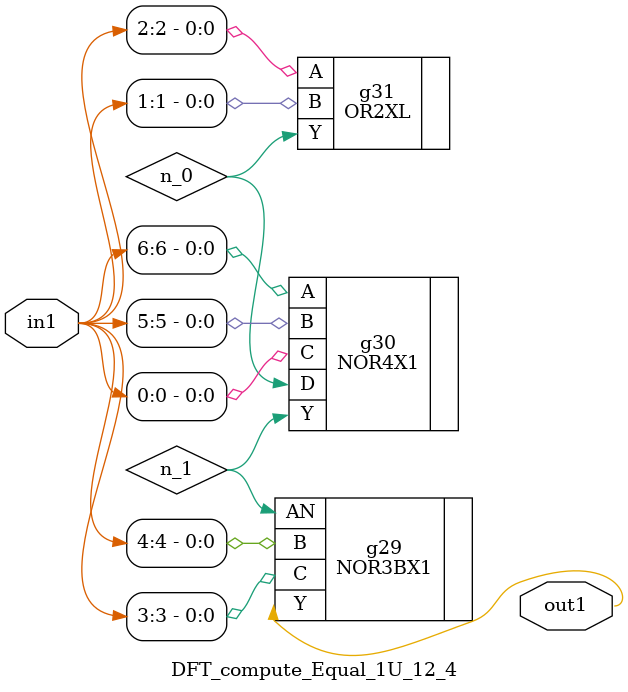
<source format=v>
`timescale 1ps / 1ps


module DFT_compute_Equal_1U_12_4(in1, out1);
  input [6:0] in1;
  output out1;
  wire [6:0] in1;
  wire out1;
  wire n_0, n_1;
  NOR3BX1 g29(.AN (n_1), .B (in1[4]), .C (in1[3]), .Y (out1));
  NOR4X1 g30(.A (in1[6]), .B (in1[5]), .C (in1[0]), .D (n_0), .Y (n_1));
  OR2XL g31(.A (in1[2]), .B (in1[1]), .Y (n_0));
endmodule



</source>
